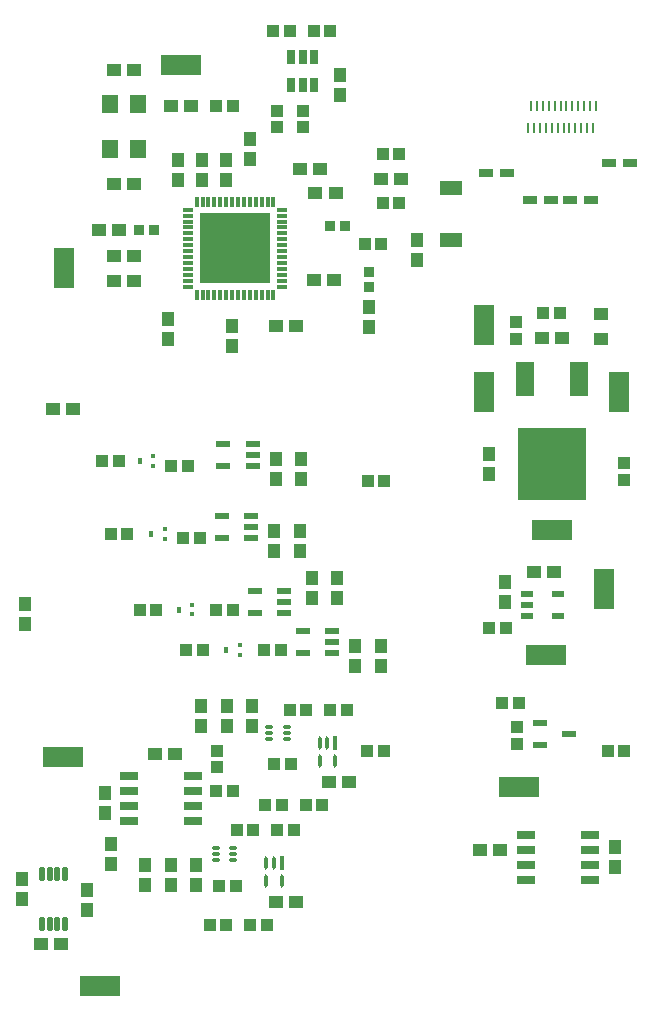
<source format=gtp>
G04*
G04 #@! TF.GenerationSoftware,Altium Limited,Altium Designer,21.6.1 (37)*
G04*
G04 Layer_Color=8421504*
%FSAX25Y25*%
%MOIN*%
G70*
G04*
G04 #@! TF.SameCoordinates,E0C0A44B-B62E-4E6E-ADDB-BB2CC36F5004*
G04*
G04*
G04 #@! TF.FilePolarity,Positive*
G04*
G01*
G75*
%ADD15R,0.07480X0.04724*%
%ADD16R,0.01772X0.01575*%
%ADD17R,0.01772X0.01968*%
%ADD18R,0.04331X0.04921*%
%ADD19R,0.03937X0.04331*%
%ADD20R,0.04528X0.02362*%
%ADD21R,0.04921X0.04331*%
%ADD22R,0.01000X0.03543*%
%ADD23R,0.13504X0.07008*%
%ADD24R,0.04134X0.02165*%
%ADD25R,0.07008X0.13504*%
%ADD26R,0.04724X0.04331*%
%ADD27R,0.06299X0.11811*%
%ADD28R,0.22835X0.24410*%
%ADD29R,0.04331X0.03937*%
%ADD30R,0.04724X0.02362*%
%ADD31R,0.06004X0.02559*%
G04:AMPARAMS|DCode=32|XSize=17.72mil|YSize=45.28mil|CornerRadius=1.95mil|HoleSize=0mil|Usage=FLASHONLY|Rotation=180.000|XOffset=0mil|YOffset=0mil|HoleType=Round|Shape=RoundedRectangle|*
%AMROUNDEDRECTD32*
21,1,0.01772,0.04138,0,0,180.0*
21,1,0.01382,0.04528,0,0,180.0*
1,1,0.00390,-0.00691,0.02069*
1,1,0.00390,0.00691,0.02069*
1,1,0.00390,0.00691,-0.02069*
1,1,0.00390,-0.00691,-0.02069*
%
%ADD32ROUNDEDRECTD32*%
%ADD33R,0.01322X0.04583*%
G04:AMPARAMS|DCode=34|XSize=45.83mil|YSize=13.22mil|CornerRadius=6.61mil|HoleSize=0mil|Usage=FLASHONLY|Rotation=270.000|XOffset=0mil|YOffset=0mil|HoleType=Round|Shape=RoundedRectangle|*
%AMROUNDEDRECTD34*
21,1,0.04583,0.00000,0,0,270.0*
21,1,0.03260,0.01322,0,0,270.0*
1,1,0.01322,0.00000,-0.01630*
1,1,0.01322,0.00000,0.01630*
1,1,0.01322,0.00000,0.01630*
1,1,0.01322,0.00000,-0.01630*
%
%ADD34ROUNDEDRECTD34*%
G04:AMPARAMS|DCode=35|XSize=26.38mil|YSize=11.81mil|CornerRadius=2.95mil|HoleSize=0mil|Usage=FLASHONLY|Rotation=0.000|XOffset=0mil|YOffset=0mil|HoleType=Round|Shape=RoundedRectangle|*
%AMROUNDEDRECTD35*
21,1,0.02638,0.00591,0,0,0.0*
21,1,0.02047,0.01181,0,0,0.0*
1,1,0.00591,0.01024,-0.00295*
1,1,0.00591,-0.01024,-0.00295*
1,1,0.00591,-0.01024,0.00295*
1,1,0.00591,0.01024,0.00295*
%
%ADD35ROUNDEDRECTD35*%
%ADD36R,0.03174X0.03379*%
%ADD37R,0.03379X0.03174*%
%ADD38R,0.23425X0.23425*%
%ADD39R,0.03347X0.01181*%
%ADD40R,0.01181X0.03347*%
%ADD41R,0.05512X0.06299*%
%ADD42R,0.02756X0.05118*%
%ADD43R,0.05000X0.02992*%
D15*
X0152500Y0256339D02*
D03*
X0152500Y0273661D02*
D03*
D16*
X0053264Y0180925D02*
D03*
Y0184075D02*
D03*
X0057028Y0156675D02*
D03*
Y0159825D02*
D03*
X0082028Y0121075D02*
D03*
Y0117925D02*
D03*
X0066264Y0134575D02*
D03*
Y0131425D02*
D03*
D17*
X0048736Y0182500D02*
D03*
X0052500Y0158250D02*
D03*
X0077500Y0119500D02*
D03*
X0061736Y0133000D02*
D03*
D18*
X0102500Y0183346D02*
D03*
Y0176654D02*
D03*
X0094000Y0183346D02*
D03*
Y0176654D02*
D03*
X0093500Y0159346D02*
D03*
Y0152654D02*
D03*
X0102000Y0159346D02*
D03*
Y0152654D02*
D03*
X0120500Y0114154D02*
D03*
Y0120846D02*
D03*
X0129000Y0114154D02*
D03*
Y0120846D02*
D03*
X0106000Y0136807D02*
D03*
Y0143500D02*
D03*
X0114500Y0136807D02*
D03*
Y0143500D02*
D03*
X0010500Y0128154D02*
D03*
Y0134846D02*
D03*
X0170500Y0135653D02*
D03*
Y0142347D02*
D03*
X0165000Y0184846D02*
D03*
Y0178154D02*
D03*
X0039000Y0054847D02*
D03*
Y0048153D02*
D03*
X0037000Y0071846D02*
D03*
Y0065153D02*
D03*
X0009500Y0043346D02*
D03*
Y0036654D02*
D03*
X0031000Y0033000D02*
D03*
Y0039693D02*
D03*
X0069256Y0100847D02*
D03*
Y0094153D02*
D03*
X0077756Y0100847D02*
D03*
Y0094153D02*
D03*
X0086256Y0100847D02*
D03*
Y0094153D02*
D03*
X0067500Y0041307D02*
D03*
Y0048000D02*
D03*
X0050500Y0041307D02*
D03*
Y0048000D02*
D03*
X0059000Y0041307D02*
D03*
Y0048000D02*
D03*
X0207000Y0047153D02*
D03*
Y0053847D02*
D03*
X0115500Y0304654D02*
D03*
Y0311347D02*
D03*
X0141000Y0256347D02*
D03*
Y0249654D02*
D03*
X0125000Y0233846D02*
D03*
Y0227153D02*
D03*
X0079500Y0227500D02*
D03*
Y0220807D02*
D03*
X0058000Y0229847D02*
D03*
Y0223153D02*
D03*
X0061500Y0276153D02*
D03*
Y0282846D02*
D03*
X0077500Y0276153D02*
D03*
Y0282846D02*
D03*
X0069500Y0276153D02*
D03*
Y0282846D02*
D03*
X0085500Y0283154D02*
D03*
Y0289846D02*
D03*
D19*
X0059244Y0181000D02*
D03*
X0064756D02*
D03*
X0036244Y0182500D02*
D03*
X0041756D02*
D03*
X0038988Y0158250D02*
D03*
X0044500D02*
D03*
X0063244Y0156750D02*
D03*
X0068756D02*
D03*
X0064244Y0119500D02*
D03*
X0069756D02*
D03*
X0095756D02*
D03*
X0090244D02*
D03*
X0048744Y0133000D02*
D03*
X0054256D02*
D03*
X0079756D02*
D03*
X0074244D02*
D03*
X0170756Y0127000D02*
D03*
X0165244D02*
D03*
X0188756Y0232000D02*
D03*
X0183244D02*
D03*
X0175000Y0102000D02*
D03*
X0169488D02*
D03*
X0079756Y0072500D02*
D03*
X0074244D02*
D03*
X0096012Y0068000D02*
D03*
X0090500D02*
D03*
X0109512D02*
D03*
X0104000D02*
D03*
X0117756Y0099500D02*
D03*
X0112244D02*
D03*
X0104256D02*
D03*
X0098744D02*
D03*
X0093500Y0081500D02*
D03*
X0099012D02*
D03*
X0077512Y0028000D02*
D03*
X0072000D02*
D03*
X0091012D02*
D03*
X0085500D02*
D03*
X0075244Y0041000D02*
D03*
X0080756D02*
D03*
X0086500Y0059500D02*
D03*
X0080988D02*
D03*
X0100012D02*
D03*
X0094500D02*
D03*
X0130012Y0086000D02*
D03*
X0124500D02*
D03*
X0210256D02*
D03*
X0204744D02*
D03*
X0130256Y0176000D02*
D03*
X0124744D02*
D03*
X0079756Y0301000D02*
D03*
X0074244D02*
D03*
X0112256Y0326000D02*
D03*
X0106744D02*
D03*
X0098756D02*
D03*
X0093244D02*
D03*
X0135256Y0268500D02*
D03*
X0129744D02*
D03*
X0123744Y0255000D02*
D03*
X0129256D02*
D03*
X0129744Y0285000D02*
D03*
X0135256D02*
D03*
D20*
X0076579Y0180760D02*
D03*
Y0188240D02*
D03*
X0086421D02*
D03*
Y0184500D02*
D03*
Y0180760D02*
D03*
X0112843Y0118500D02*
D03*
Y0122240D02*
D03*
Y0125980D02*
D03*
X0103000D02*
D03*
Y0118500D02*
D03*
X0096921Y0131760D02*
D03*
Y0135500D02*
D03*
Y0139240D02*
D03*
X0087079D02*
D03*
Y0131760D02*
D03*
X0085921Y0156760D02*
D03*
Y0160500D02*
D03*
Y0164240D02*
D03*
X0076079D02*
D03*
Y0156760D02*
D03*
D21*
X0019654Y0200000D02*
D03*
X0026346D02*
D03*
X0180154Y0145500D02*
D03*
X0186846D02*
D03*
X0189347Y0223500D02*
D03*
X0182653D02*
D03*
X0060347Y0085000D02*
D03*
X0053654D02*
D03*
X0022346Y0021500D02*
D03*
X0015653D02*
D03*
X0111909Y0075500D02*
D03*
X0118602D02*
D03*
X0094153Y0035500D02*
D03*
X0100847D02*
D03*
X0168846Y0053000D02*
D03*
X0162153D02*
D03*
X0107307Y0272000D02*
D03*
X0114000D02*
D03*
X0040154Y0313000D02*
D03*
X0046847D02*
D03*
X0065847Y0301000D02*
D03*
X0059153D02*
D03*
X0046847Y0251000D02*
D03*
X0040154D02*
D03*
X0094153Y0227500D02*
D03*
X0100847D02*
D03*
X0040154Y0275000D02*
D03*
X0046847D02*
D03*
X0041846Y0259500D02*
D03*
X0035154D02*
D03*
X0129154Y0276500D02*
D03*
X0135846D02*
D03*
X0102154Y0280000D02*
D03*
X0108846D02*
D03*
X0106653Y0243000D02*
D03*
X0113347D02*
D03*
X0046847Y0242500D02*
D03*
X0040154D02*
D03*
D22*
X0199835Y0293504D02*
D03*
X0197866D02*
D03*
X0195898D02*
D03*
X0193929D02*
D03*
X0191961D02*
D03*
X0189992D02*
D03*
X0188024D02*
D03*
X0186055D02*
D03*
X0184087D02*
D03*
X0182118D02*
D03*
X0180150D02*
D03*
X0178181D02*
D03*
X0179165Y0300984D02*
D03*
X0181134D02*
D03*
X0183102D02*
D03*
X0185071D02*
D03*
X0187039D02*
D03*
X0189008D02*
D03*
X0190976D02*
D03*
X0192945D02*
D03*
X0194913D02*
D03*
X0196882D02*
D03*
X0198850D02*
D03*
X0200819D02*
D03*
D23*
X0184000Y0118000D02*
D03*
X0186000Y0159500D02*
D03*
X0175000Y0074000D02*
D03*
X0023000Y0084000D02*
D03*
X0035500Y0007500D02*
D03*
X0062500Y0314500D02*
D03*
D24*
X0188118Y0138240D02*
D03*
Y0130760D02*
D03*
X0177882D02*
D03*
Y0134500D02*
D03*
Y0138240D02*
D03*
D25*
X0203500Y0140000D02*
D03*
X0163500Y0228000D02*
D03*
Y0205500D02*
D03*
X0208500D02*
D03*
X0023500Y0246750D02*
D03*
D26*
X0202500Y0223366D02*
D03*
Y0231634D02*
D03*
D27*
X0194996Y0209768D02*
D03*
X0177004D02*
D03*
D28*
X0186000Y0181500D02*
D03*
D29*
X0174000Y0223244D02*
D03*
Y0228756D02*
D03*
X0210000Y0181756D02*
D03*
Y0176244D02*
D03*
X0174500Y0088244D02*
D03*
Y0093756D02*
D03*
X0074500Y0080488D02*
D03*
Y0086000D02*
D03*
X0094500Y0293744D02*
D03*
Y0299256D02*
D03*
X0103000Y0293744D02*
D03*
Y0299256D02*
D03*
D30*
X0191921Y0091500D02*
D03*
X0182079Y0087760D02*
D03*
Y0095240D02*
D03*
D31*
X0045146Y0077500D02*
D03*
Y0072500D02*
D03*
Y0067500D02*
D03*
Y0062500D02*
D03*
X0066500D02*
D03*
Y0067500D02*
D03*
Y0072500D02*
D03*
Y0077500D02*
D03*
X0198677Y0058000D02*
D03*
Y0053000D02*
D03*
Y0048000D02*
D03*
Y0043000D02*
D03*
X0177323D02*
D03*
Y0048000D02*
D03*
Y0053000D02*
D03*
Y0058000D02*
D03*
D32*
X0016161Y0028134D02*
D03*
X0018721D02*
D03*
X0021280D02*
D03*
X0023839D02*
D03*
X0016161Y0044866D02*
D03*
X0018721D02*
D03*
X0021280D02*
D03*
X0023839D02*
D03*
D33*
X0113815Y0088532D02*
D03*
X0096059Y0048532D02*
D03*
D34*
X0111256Y0088532D02*
D03*
X0108697D02*
D03*
Y0082468D02*
D03*
X0113815D02*
D03*
X0093500Y0048532D02*
D03*
X0090941D02*
D03*
Y0042468D02*
D03*
X0096059D02*
D03*
D35*
X0091843Y0090031D02*
D03*
Y0092000D02*
D03*
Y0093968D02*
D03*
X0097669D02*
D03*
Y0092000D02*
D03*
Y0090031D02*
D03*
X0074087Y0049632D02*
D03*
Y0051600D02*
D03*
Y0053569D02*
D03*
X0079913D02*
D03*
Y0051600D02*
D03*
Y0049632D02*
D03*
D36*
X0112070Y0261000D02*
D03*
X0117000D02*
D03*
X0048500Y0259500D02*
D03*
X0053430D02*
D03*
D37*
X0125000Y0240535D02*
D03*
Y0245465D02*
D03*
D38*
X0080500Y0253500D02*
D03*
D39*
X0096051Y0266295D02*
D03*
Y0264327D02*
D03*
Y0262358D02*
D03*
Y0260390D02*
D03*
Y0258421D02*
D03*
Y0256453D02*
D03*
Y0254484D02*
D03*
Y0252516D02*
D03*
Y0250547D02*
D03*
Y0248579D02*
D03*
Y0246610D02*
D03*
Y0244642D02*
D03*
Y0242673D02*
D03*
Y0240705D02*
D03*
X0064949D02*
D03*
Y0242673D02*
D03*
Y0244642D02*
D03*
Y0246610D02*
D03*
Y0248579D02*
D03*
Y0250547D02*
D03*
Y0252516D02*
D03*
Y0254484D02*
D03*
Y0256453D02*
D03*
Y0258421D02*
D03*
Y0260390D02*
D03*
Y0262358D02*
D03*
Y0264327D02*
D03*
Y0266295D02*
D03*
D40*
X0093295Y0237949D02*
D03*
X0091327D02*
D03*
X0089358D02*
D03*
X0087390D02*
D03*
X0085421D02*
D03*
X0083453D02*
D03*
X0081484D02*
D03*
X0079516D02*
D03*
X0077547D02*
D03*
X0075579D02*
D03*
X0073610D02*
D03*
X0071642D02*
D03*
X0069673D02*
D03*
X0067705D02*
D03*
Y0269051D02*
D03*
X0069673D02*
D03*
X0071642D02*
D03*
X0073610D02*
D03*
X0075579D02*
D03*
X0077547D02*
D03*
X0079516D02*
D03*
X0081484D02*
D03*
X0083453D02*
D03*
X0085421D02*
D03*
X0087390D02*
D03*
X0089358D02*
D03*
X0091327D02*
D03*
X0093295D02*
D03*
D41*
X0038972Y0301480D02*
D03*
Y0286520D02*
D03*
X0048028D02*
D03*
Y0301480D02*
D03*
D42*
X0106740Y0317224D02*
D03*
X0103000D02*
D03*
X0099260D02*
D03*
Y0307776D02*
D03*
X0103000D02*
D03*
X0106740D02*
D03*
D43*
X0163992Y0278500D02*
D03*
X0171000D02*
D03*
X0204992Y0282000D02*
D03*
X0212000D02*
D03*
X0185762Y0269500D02*
D03*
X0178754D02*
D03*
X0192254D02*
D03*
X0199262D02*
D03*
M02*

</source>
